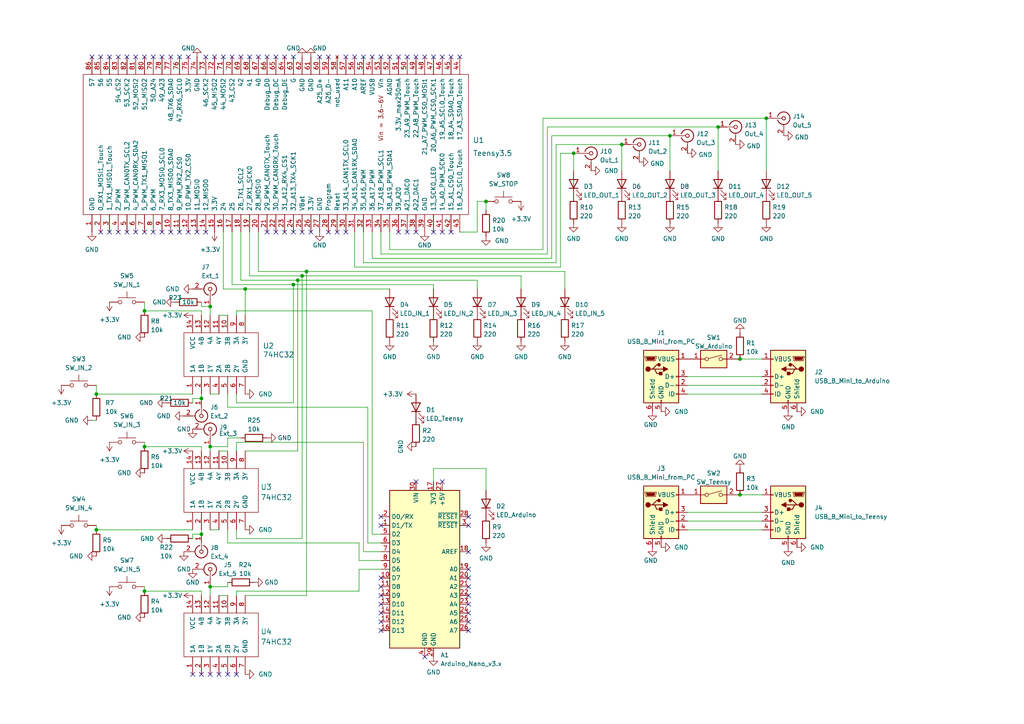
<source format=kicad_sch>
(kicad_sch (version 20211123) (generator eeschema)
  (paper "A4")
  (title_block (title "pulse generator") (company "Neurogelotology"))
  (junction (at 208.28 36.83))
  (junction (at 41.91 129.54))
  (junction (at 214.63 143.51))
  (junction (at 27.94 153.67))
  (junction (at 87.63 80.01))
  (junction (at 85.09 82.55))
  (junction (at 194.31 39.37))
  (junction (at 86.36 81.28))
  (junction (at 222.25 34.29))
  (junction (at 58.42 154.94))
  (junction (at 60.96 129.54))
  (junction (at 140.97 58.42))
  (junction (at 166.37 44.45))
  (junction (at 180.34 41.91))
  (junction (at 58.42 115.57))
  (junction (at 41.91 171.45))
  (junction (at 60.96 170.18))
  (junction (at 41.91 90.17))
  (junction (at 27.94 114.3))
  (junction (at 88.9 78.74))
  (junction (at 60.96 88.9))
  (junction (at 214.63 104.14))
  (junction (at 71.12 83.82))
  (no_connect (at 31.75 16.51))
  (no_connect (at 39.37 16.51))
  (no_connect (at 36.83 16.51))
  (no_connect (at 34.29 16.51))
  (no_connect (at 52.07 16.51))
  (no_connect (at 46.99 16.51))
  (no_connect (at 41.91 16.51))
  (no_connect (at 49.53 16.51))
  (no_connect (at 44.45 16.51))
  (no_connect (at 54.61 16.51))
  (no_connect (at 59.69 16.51))
  (no_connect (at 67.31 16.51))
  (no_connect (at 72.39 16.51))
  (no_connect (at 64.77 16.51))
  (no_connect (at 62.23 16.51))
  (no_connect (at 69.85 16.51))
  (no_connect (at 74.93 16.51))
  (no_connect (at 85.09 16.51))
  (no_connect (at 77.47 16.51))
  (no_connect (at 80.01 16.51))
  (no_connect (at 82.55 16.51))
  (no_connect (at 59.69 67.31))
  (no_connect (at 26.67 16.51))
  (no_connect (at 29.21 16.51))
  (no_connect (at 57.15 67.31))
  (no_connect (at 110.49 175.26))
  (no_connect (at 110.49 170.18))
  (no_connect (at 110.49 172.72))
  (no_connect (at 110.49 167.64))
  (no_connect (at 110.49 177.8))
  (no_connect (at 123.19 190.5))
  (no_connect (at 110.49 182.88))
  (no_connect (at 110.49 180.34))
  (no_connect (at 135.89 172.72))
  (no_connect (at 135.89 170.18))
  (no_connect (at 135.89 182.88))
  (no_connect (at 135.89 180.34))
  (no_connect (at 135.89 177.8))
  (no_connect (at 135.89 175.26))
  (no_connect (at 135.89 167.64))
  (no_connect (at 135.89 165.1))
  (no_connect (at 120.65 139.7))
  (no_connect (at 110.49 149.86))
  (no_connect (at 110.49 152.4))
  (no_connect (at 135.89 152.4))
  (no_connect (at 135.89 149.86))
  (no_connect (at 135.89 160.02))
  (no_connect (at 128.27 139.7))
  (no_connect (at 92.71 16.51))
  (no_connect (at 95.25 16.51))
  (no_connect (at 118.11 16.51))
  (no_connect (at 120.65 16.51))
  (no_connect (at 110.49 16.51))
  (no_connect (at 113.03 16.51))
  (no_connect (at 115.57 16.51))
  (no_connect (at 115.57 67.31))
  (no_connect (at 100.33 67.31))
  (no_connect (at 118.11 67.31))
  (no_connect (at 97.79 67.31))
  (no_connect (at 105.41 16.51))
  (no_connect (at 100.33 16.51))
  (no_connect (at 102.87 16.51))
  (no_connect (at 107.95 16.51))
  (no_connect (at 123.19 16.51))
  (no_connect (at 133.35 16.51))
  (no_connect (at 128.27 16.51))
  (no_connect (at 130.81 16.51))
  (no_connect (at 125.73 16.51))
  (no_connect (at 125.73 67.31))
  (no_connect (at 130.81 67.31))
  (no_connect (at 120.65 67.31))
  (no_connect (at 128.27 67.31))
  (no_connect (at 90.17 67.31))
  (no_connect (at 95.25 67.31))
  (no_connect (at 85.09 67.31))
  (no_connect (at 80.01 67.31))
  (no_connect (at 87.63 67.31))
  (no_connect (at 82.55 67.31))
  (no_connect (at 77.47 67.31))
  (no_connect (at 68.58 195.58))
  (no_connect (at 66.04 195.58))
  (no_connect (at 58.42 195.58))
  (no_connect (at 55.88 195.58))
  (no_connect (at 60.96 195.58))
  (no_connect (at 63.5 195.58))
  (no_connect (at 34.29 67.31))
  (no_connect (at 36.83 67.31))
  (no_connect (at 44.45 67.31))
  (no_connect (at 41.91 67.31))
  (no_connect (at 39.37 67.31))
  (no_connect (at 31.75 67.31))
  (no_connect (at 29.21 67.31))
  (no_connect (at 49.53 67.31))
  (no_connect (at 52.07 67.31))
  (no_connect (at 46.99 67.31))
  (no_connect (at 54.61 67.31))
  (wire (pts (xy 105.41 67.31) (xy 105.41 76.2)))
  (wire (pts (xy 107.95 154.94) (xy 110.49 154.94)))
  (wire (pts (xy 125.73 83.82) (xy 125.73 82.55)))
  (wire (pts (xy 162.56 44.45) (xy 166.37 44.45)))
  (wire (pts (xy 60.96 170.18) (xy 60.96 172.72)))
  (wire (pts (xy 104.14 157.48) (xy 104.14 162.56)))
  (wire (pts (xy 85.09 116.84) (xy 85.09 82.55)))
  (wire (pts (xy 105.41 160.02) (xy 110.49 160.02)))
  (wire (pts (xy 110.49 73.66) (xy 158.75 73.66)))
  (wire (pts (xy 158.75 73.66) (xy 158.75 36.83)))
  (wire (pts (xy 71.12 83.82) (xy 113.03 83.82)))
  (wire (pts (xy 64.77 83.82) (xy 64.77 67.31)))
  (wire (pts (xy 41.91 128.27) (xy 41.91 129.54)))
  (wire (pts (xy 66.04 127) (xy 69.85 127)))
  (wire (pts (xy 87.63 80.01) (xy 87.63 156.21)))
  (wire (pts (xy 180.34 41.91) (xy 180.34 49.53)))
  (wire (pts (xy 27.94 152.4) (xy 27.94 153.67)))
  (wire (pts (xy 208.28 36.83) (xy 208.28 49.53)))
  (wire (pts (xy 88.9 78.74) (xy 163.83 78.74)))
  (wire (pts (xy 113.03 67.31) (xy 113.03 72.39)))
  (wire (pts (xy 138.43 67.31) (xy 138.43 58.42)))
  (wire (pts (xy 102.87 67.31) (xy 102.87 77.47)))
  (wire (pts (xy 104.14 171.45) (xy 104.14 165.1)))
  (wire (pts (xy 58.42 115.57) (xy 58.42 114.3)))
  (wire (pts (xy 64.77 83.82) (xy 71.12 83.82)))
  (wire (pts (xy 125.73 139.7) (xy 125.73 135.89)))
  (wire (pts (xy 68.58 156.21) (xy 68.58 153.67)))
  (wire (pts (xy 68.58 91.44) (xy 68.58 90.17)))
  (wire (pts (xy 41.91 171.45) (xy 58.42 171.45)))
  (wire (pts (xy 140.97 58.42) (xy 140.97 60.96)))
  (wire (pts (xy 41.91 170.18) (xy 41.91 171.45)))
  (wire (pts (xy 27.94 153.67) (xy 55.88 153.67)))
  (wire (pts (xy 199.39 151.13) (xy 220.98 151.13)))
  (wire (pts (xy 68.58 130.81) (xy 68.58 128.27)))
  (wire (pts (xy 106.68 157.48) (xy 110.49 157.48)))
  (wire (pts (xy 214.63 143.51) (xy 220.98 143.51)))
  (wire (pts (xy 68.58 116.84) (xy 85.09 116.84)))
  (wire (pts (xy 55.88 116.84) (xy 55.88 115.57)))
  (wire (pts (xy 58.42 88.9) (xy 60.96 88.9)))
  (wire (pts (xy 199.39 153.67) (xy 220.98 153.67)))
  (wire (pts (xy 163.83 83.82) (xy 163.83 78.74)))
  (wire (pts (xy 110.49 67.31) (xy 110.49 73.66)))
  (wire (pts (xy 105.41 76.2) (xy 161.29 76.2)))
  (wire (pts (xy 55.88 154.94) (xy 55.88 156.21)))
  (wire (pts (xy 58.42 129.54) (xy 58.42 130.81)))
  (wire (pts (xy 68.58 90.17) (xy 107.95 90.17)))
  (wire (pts (xy 160.02 74.93) (xy 160.02 39.37)))
  (wire (pts (xy 104.14 162.56) (xy 110.49 162.56)))
  (wire (pts (xy 68.58 114.3) (xy 68.58 116.84)))
  (wire (pts (xy 199.39 114.3) (xy 220.98 114.3)))
  (wire (pts (xy 107.95 67.31) (xy 107.95 74.93)))
  (wire (pts (xy 125.73 135.89) (xy 140.97 135.89)))
  (wire (pts (xy 41.91 90.17) (xy 58.42 90.17)))
  (wire (pts (xy 58.42 154.94) (xy 58.42 153.67)))
  (wire (pts (xy 214.63 104.14) (xy 220.98 104.14)))
  (wire (pts (xy 133.35 67.31) (xy 138.43 67.31)))
  (wire (pts (xy 113.03 72.39) (xy 157.48 72.39)))
  (wire (pts (xy 102.87 77.47) (xy 162.56 77.47)))
  (wire (pts (xy 68.58 171.45) (xy 104.14 171.45)))
  (wire (pts (xy 60.96 114.3) (xy 63.5 114.3)))
  (wire (pts (xy 60.96 129.54) (xy 66.04 129.54)))
  (wire (pts (xy 41.91 87.63) (xy 41.91 90.17)))
  (wire (pts (xy 60.96 153.67) (xy 63.5 153.67)))
  (wire (pts (xy 27.94 111.76) (xy 27.94 114.3)))
  (wire (pts (xy 55.88 115.57) (xy 58.42 115.57)))
  (wire (pts (xy 41.91 129.54) (xy 58.42 129.54)))
  (wire (pts (xy 60.96 88.9) (xy 60.96 91.44)))
  (wire (pts (xy 166.37 44.45) (xy 166.37 49.53)))
  (wire (pts (xy 88.9 172.72) (xy 71.12 172.72)))
  (wire (pts (xy 58.42 90.17) (xy 58.42 91.44)))
  (wire (pts (xy 67.31 82.55) (xy 85.09 82.55)))
  (wire (pts (xy 58.42 171.45) (xy 58.42 172.72)))
  (wire (pts (xy 87.63 80.01) (xy 72.39 80.01)))
  (wire (pts (xy 199.39 111.76) (xy 220.98 111.76)))
  (wire (pts (xy 68.58 171.45) (xy 68.58 172.72)))
  (wire (pts (xy 74.93 78.74) (xy 74.93 67.31)))
  (wire (pts (xy 66.04 114.3) (xy 66.04 118.11)))
  (wire (pts (xy 107.95 74.93) (xy 160.02 74.93)))
  (wire (pts (xy 85.09 82.55) (xy 125.73 82.55)))
  (wire (pts (xy 105.41 128.27) (xy 105.41 160.02)))
  (wire (pts (xy 27.94 121.92) (xy 26.67 121.92)))
  (wire (pts (xy 162.56 77.47) (xy 162.56 44.45)))
  (wire (pts (xy 138.43 58.42) (xy 140.97 58.42)))
  (wire (pts (xy 107.95 90.17) (xy 107.95 154.94)))
  (wire (pts (xy 194.31 39.37) (xy 194.31 49.53)))
  (wire (pts (xy 86.36 81.28) (xy 69.85 81.28)))
  (wire (pts (xy 161.29 41.91) (xy 180.34 41.91)))
  (wire (pts (xy 157.48 72.39) (xy 157.48 34.29)))
  (wire (pts (xy 158.75 36.83) (xy 208.28 36.83)))
  (wire (pts (xy 60.96 129.54) (xy 60.96 130.81)))
  (wire (pts (xy 69.85 81.28) (xy 69.85 67.31)))
  (wire (pts (xy 140.97 135.89) (xy 140.97 142.24)))
  (wire (pts (xy 58.42 87.63) (xy 58.42 88.9)))
  (wire (pts (xy 88.9 78.74) (xy 88.9 172.72)))
  (wire (pts (xy 60.96 170.18) (xy 66.04 170.18)))
  (wire (pts (xy 66.04 129.54) (xy 66.04 127)))
  (wire (pts (xy 199.39 148.59) (xy 220.98 148.59)))
  (wire (pts (xy 71.12 83.82) (xy 71.12 91.44)))
  (wire (pts (xy 87.63 80.01) (xy 151.13 80.01)))
  (wire (pts (xy 86.36 81.28) (xy 138.43 81.28)))
  (wire (pts (xy 66.04 157.48) (xy 104.14 157.48)))
  (wire (pts (xy 27.94 114.3) (xy 55.88 114.3)))
  (wire (pts (xy 67.31 82.55) (xy 67.31 67.31)))
  (wire (pts (xy 161.29 76.2) (xy 161.29 41.91)))
  (wire (pts (xy 63.5 91.44) (xy 66.04 91.44)))
  (wire (pts (xy 66.04 118.11) (xy 106.68 118.11)))
  (wire (pts (xy 88.9 78.74) (xy 74.93 78.74)))
  (wire (pts (xy 160.02 39.37) (xy 194.31 39.37)))
  (wire (pts (xy 222.25 34.29) (xy 222.25 49.53)))
  (wire (pts (xy 138.43 83.82) (xy 138.43 81.28)))
  (wire (pts (xy 72.39 80.01) (xy 72.39 67.31)))
  (wire (pts (xy 86.36 130.81) (xy 86.36 81.28)))
  (wire (pts (xy 87.63 156.21) (xy 68.58 156.21)))
  (wire (pts (xy 58.42 154.94) (xy 55.88 154.94)))
  (wire (pts (xy 104.14 165.1) (xy 110.49 165.1)))
  (wire (pts (xy 106.68 118.11) (xy 106.68 157.48)))
  (wire (pts (xy 199.39 109.22) (xy 220.98 109.22)))
  (wire (pts (xy 71.12 130.81) (xy 86.36 130.81)))
  (wire (pts (xy 151.13 83.82) (xy 151.13 80.01)))
  (wire (pts (xy 68.58 128.27) (xy 105.41 128.27)))
  (wire (pts (xy 63.5 130.81) (xy 66.04 130.81)))
  (wire (pts (xy 66.04 170.18) (xy 66.04 168.91)))
  (wire (pts (xy 66.04 153.67) (xy 66.04 157.48)))
  (wire (pts (xy 157.48 34.29) (xy 222.25 34.29)))
  (wire (pts (xy 63.5 172.72) (xy 66.04 172.72)))
  (symbol (lib_id "Device:R") (at 52.07 156.21 90) (unit 1)
    (property "Reference" "R22" (at 48.26 158.75 90))
    (property "Value" "10k" (at 48.26 161.29 90))
    (property "Footprint" "Resistor_THT:R_Axial_DIN0204_L3.6mm_D1.6mm_P5.08mm_Horizontal" (effects hide))
  )
  (symbol (lib_id "power:+3.3V") (at 55.88 172.72 90) (unit 1)
    (property "Reference" "#PWR0141" (effects hide))
    (property "Value" "+3.3V" (at 46.99 172.72 90) (effects (justify right)))
  )
  (symbol (lib_id "pulseGen_circuit-rescue:74HC32-74hc32") (at 64.77 184.15 90) (unit 1)
    (property "Reference" "U4" (at 75.565 183.1738 90) (effects (font (size 1.524 1.524)) (justify right)))
    (property "Value" "74HC32" (at 75.565 186.1672 90) (effects (font (size 1.524 1.524)) (justify right)))
    (property "Footprint" "Package_DIP:DIP-14_W7.62mm" (effects hide))
  )
  (symbol (lib_id "Device:LED") (at 138.43 87.63 90) (unit 1)
    (property "Reference" "D7" (at 141.351 88.3828 90) (effects (justify right)))
    (property "Value" "LED_IN_3" (at 141.351 90.9197 90) (effects (justify right)))
    (property "Footprint" "Connector_PinHeader_2.54mm:PinHeader_1x02_P2.54mm_Vertical" (effects hide))
  )
  (symbol (lib_id "pulseGen_circuit-rescue:74HC32-74hc32") (at 64.77 142.24 90) (unit 1)
    (property "Reference" "U3" (at 75.565 141.2638 90) (effects (font (size 1.524 1.524)) (justify right)))
    (property "Value" "74HC32" (at 75.565 144.2572 90) (effects (font (size 1.524 1.524)) (justify right)))
    (property "Footprint" "Package_DIP:DIP-14_W7.62mm" (effects hide))
  )
  (symbol (lib_id "power:GND") (at 41.91 137.16 270) (unit 1)
    (property "Reference" "#PWR0102" (effects hide))
    (property "Value" "GND" (at 38.1 137.1599 90) (effects (justify right)))
  )
  (symbol (lib_id "Device:LED") (at 125.73 87.63 90) (unit 1)
    (property "Reference" "D5" (at 128.651 88.3828 90) (effects (justify right)))
    (property "Value" "LED_IN_2" (at 128.651 90.9197 90) (effects (justify right)))
    (property "Footprint" "Connector_PinHeader_2.54mm:PinHeader_1x02_P2.54mm_Vertical" (effects hide))
  )
  (symbol (lib_id "Connector:Conn_Coaxial") (at 60.96 165.1 270) (mirror x) (unit 1)
    (property "Reference" "J5" (at 66.04 163.83 90))
    (property "Value" "Ext_5" (at 66.04 166.3669 90))
    (property "Footprint" "Connector_PinHeader_2.54mm:PinHeader_1x02_P2.54mm_Vertical" (effects hide))
    (property "Datasheet" " ~" (effects hide))
  )
  (symbol (lib_id "Connector:Conn_Coaxial") (at 227.33 34.29 0) (unit 1)
    (property "Reference" "J14" (at 229.87 33.7485 0) (effects (justify left)))
    (property "Value" "Out_5" (at 229.87 36.2854 0) (effects (justify left)))
    (property "Footprint" "Connector_PinHeader_2.54mm:PinHeader_1x02_P2.54mm_Vertical" (effects hide))
    (property "Datasheet" " ~" (effects hide))
  )
  (symbol (lib_id "power:GND") (at 125.73 190.5 0) (unit 1)
    (property "Reference" "#PWR0124" (effects hide))
    (property "Value" "GND" (at 125.73 194.9434 0))
  )
  (symbol (lib_id "Switch:SW_Push") (at 36.83 170.18 0) (unit 1)
    (property "Reference" "SW7" (at 36.83 162.56 0))
    (property "Value" "SW_IN_5" (at 36.83 165.1 0))
    (property "Footprint" "Connector_PinHeader_2.54mm:PinHeader_1x02_P2.54mm_Vertical" (effects hide))
  )
  (symbol (lib_id "power:GND") (at 199.39 44.45 90) (unit 1)
    (property "Reference" "#PWR0134" (effects hide))
    (property "Value" "GND" (at 202.565 44.8838 90) (effects (justify right)))
  )
  (symbol (lib_id "Device:LED") (at 151.13 87.63 90) (unit 1)
    (property "Reference" "D9" (at 154.051 88.3828 90) (effects (justify right)))
    (property "Value" "LED_IN_4" (at 154.051 90.9197 90) (effects (justify right)))
    (property "Footprint" "Connector_PinHeader_2.54mm:PinHeader_1x02_P2.54mm_Vertical" (effects hide))
  )
  (symbol (lib_id "Device:R") (at 166.37 60.96 0) (unit 1)
    (property "Reference" "R10" (at 168.148 60.1253 0) (effects (justify left)))
    (property "Value" "220" (at 168.148 62.6622 0) (effects (justify left)))
    (property "Footprint" "Resistor_THT:R_Axial_DIN0204_L3.6mm_D1.6mm_P5.08mm_Horizontal" (effects hide))
  )
  (symbol (lib_id "power:GND") (at 48.26 156.21 270) (unit 1)
    (property "Reference" "#PWR0163" (effects hide))
    (property "Value" "GND" (at 40.64 156.21 90) (effects (justify left)))
  )
  (symbol (lib_id "power:GND") (at 231.14 158.75 90) (unit 1)
    (property "Reference" "#PWR0156" (effects hide))
    (property "Value" "GND" (at 234.95 158.7499 90) (effects (justify right)))
  )
  (symbol (lib_id "power:GND") (at 41.91 97.79 270) (unit 1)
    (property "Reference" "#PWR0106" (effects hide))
    (property "Value" "GND" (at 38.1 97.7899 90) (effects (justify right)))
  )
  (symbol (lib_id "Device:R") (at 41.91 93.98 0) (unit 1)
    (property "Reference" "R8" (at 43.688 93.1453 0) (effects (justify left)))
    (property "Value" "10k" (at 43.688 95.6822 0) (effects (justify left)))
    (property "Footprint" "Resistor_THT:R_Axial_DIN0204_L3.6mm_D1.6mm_P5.08mm_Horizontal" (effects hide))
  )
  (symbol (lib_id "Switch:SW_Push") (at 146.05 58.42 0) (unit 1)
    (property "Reference" "SW8" (at 146.05 50.8 0))
    (property "Value" "SW_STOP" (at 146.05 53.34 0))
    (property "Footprint" "Connector_PinHeader_2.54mm:PinHeader_1x02_P2.54mm_Vertical" (effects hide))
  )
  (symbol (lib_id "pulseGen_circuit-rescue:Teensy3.5-teensy") (at 80.01 41.91 90) (unit 1)
    (property "Reference" "U1" (at 137.16 40.64 90) (effects (font (size 1.524 1.524)) (justify right)))
    (property "Value" "Teensy3.5" (at 137.16 44.45 90) (effects (font (size 1.524 1.524)) (justify right)))
    (property "Footprint" "PulseGenerator_Footprint_Library:Teensy3.5" (effects hide))
  )
  (symbol (lib_id "Connector:Conn_Coaxial") (at 60.96 83.82 270) (mirror x) (unit 1)
    (property "Reference" "J7" (at 58.42 77.47 90) (effects (justify left)))
    (property "Value" "Ext_1" (at 58.42 80.0069 90) (effects (justify left)))
    (property "Footprint" "Connector_PinHeader_2.54mm:PinHeader_1x02_P2.54mm_Vertical" (effects hide))
    (property "Datasheet" " ~" (effects hide))
  )
  (symbol (lib_id "power:+3.3V") (at 31.75 128.27 180) (unit 1)
    (property "Reference" "#PWR0149" (effects hide))
    (property "Value" "+3.3V" (at 31.75 133.35 0))
  )
  (symbol (lib_id "power:GND") (at 163.83 99.06 0) (unit 1)
    (property "Reference" "#PWR0120" (effects hide))
    (property "Value" "GND" (at 163.83 103.5034 0))
  )
  (symbol (lib_id "power:GND") (at 90.17 16.51 180) (unit 1)
    (property "Reference" "#PWR0148" (effects hide))
    (property "Value" "GND" (at 92.71 13.97 0))
  )
  (symbol (lib_id "power:+3.3V") (at 62.23 67.31 0) (mirror x) (unit 1)
    (property "Reference" "#PWR0143" (effects hide))
    (property "Value" "+3.3V" (at 60.96 72.39 0))
  )
  (symbol (lib_id "Device:R") (at 140.97 153.67 0) (unit 1)
    (property "Reference" "R9" (at 142.748 152.8353 0) (effects (justify left)))
    (property "Value" "220" (at 142.748 155.3722 0) (effects (justify left)))
    (property "Footprint" "Resistor_THT:R_Axial_DIN0204_L3.6mm_D1.6mm_P5.08mm_Horizontal" (effects hide))
  )
  (symbol (lib_id "Connector:Conn_Coaxial") (at 199.39 39.37 0) (unit 1)
    (property "Reference" "J12" (at 201.93 38.8285 0) (effects (justify left)))
    (property "Value" "Out_3" (at 201.93 41.3654 0) (effects (justify left)))
    (property "Footprint" "Connector_PinHeader_2.54mm:PinHeader_1x02_P2.54mm_Vertical" (effects hide))
    (property "Datasheet" " ~" (effects hide))
  )
  (symbol (lib_id "power:GND") (at 191.77 158.75 90) (unit 1)
    (property "Reference" "#PWR0114" (effects hide))
    (property "Value" "GND" (at 195.58 158.7499 90) (effects (justify right)))
  )
  (symbol (lib_id "Connector:Conn_Coaxial") (at 58.42 160.02 270) (unit 1)
    (property "Reference" "J8" (at 61.0086 158.8678 90) (effects (justify left)))
    (property "Value" "Ext_4" (at 61.0086 161.4047 90) (effects (justify left)))
    (property "Footprint" "Connector_PinHeader_2.54mm:PinHeader_1x02_P2.54mm_Vertical" (effects hide))
    (property "Datasheet" " ~" (effects hide))
  )
  (symbol (lib_id "Device:R") (at 214.63 100.33 0) (unit 1)
    (property "Reference" "R1" (at 216.408 99.4953 0) (effects (justify left)))
    (property "Value" "10k" (at 216.408 102.0322 0) (effects (justify left)))
    (property "Footprint" "Resistor_THT:R_Axial_DIN0204_L3.6mm_D1.6mm_P5.08mm_Horizontal" (effects hide))
  )
  (symbol (lib_id "power:GND") (at 71.12 114.3 90) (unit 1)
    (property "Reference" "#PWR0155" (effects hide))
    (property "Value" "GND" (at 74.93 114.2999 90) (effects (justify right)))
  )
  (symbol (lib_id "power:GND") (at 227.33 39.37 90) (unit 1)
    (property "Reference" "#PWR0138" (effects hide))
    (property "Value" "GND" (at 230.505 39.8038 90) (effects (justify right)))
  )
  (symbol (lib_id "power:GND") (at 138.43 99.06 0) (unit 1)
    (property "Reference" "#PWR0116" (effects hide))
    (property "Value" "GND" (at 138.43 103.5034 0))
  )
  (symbol (lib_id "power:+3.3V") (at 55.88 130.81 90) (unit 1)
    (property "Reference" "#PWR0140" (effects hide))
    (property "Value" "+3.3V" (at 46.99 130.81 90) (effects (justify right)))
  )
  (symbol (lib_name "USB_B_Mini_2") (lib_id "Connector:USB_B_Mini") (at 228.6 109.22 0) (mirror y) (unit 1)
    (property "Reference" "J2" (at 236.22 107.95 0) (effects (justify right)))
    (property "Value" "USB_B_Mini_to_Arduino" (at 236.22 110.49 0) (effects (justify right)))
    (property "Footprint" "PulseGenerator_Footprint_Library:Micro_USB_Breakout" (effects hide))
  )
  (symbol (lib_id "Device:R") (at 163.83 95.25 0) (unit 1)
    (property "Reference" "R17" (at 165.608 94.4153 0) (effects (justify left)))
    (property "Value" "220" (at 165.608 96.9522 0) (effects (justify left)))
    (property "Footprint" "Resistor_THT:R_Axial_DIN0204_L3.6mm_D1.6mm_P5.08mm_Horizontal" (effects hide))
  )
  (symbol (lib_id "Device:R") (at 27.94 118.11 180) (unit 1)
    (property "Reference" "R7" (at 30.48 116.8399 0) (effects (justify right)))
    (property "Value" "10k" (at 30.48 119.3799 0) (effects (justify right)))
    (property "Footprint" "Resistor_THT:R_Axial_DIN0204_L3.6mm_D1.6mm_P5.08mm_Horizontal" (effects hide))
  )
  (symbol (lib_id "Device:R") (at 222.25 60.96 0) (unit 1)
    (property "Reference" "R19" (at 224.028 60.1253 0) (effects (justify left)))
    (property "Value" "220" (at 224.028 62.6622 0) (effects (justify left)))
    (property "Footprint" "Resistor_THT:R_Axial_DIN0204_L3.6mm_D1.6mm_P5.08mm_Horizontal" (effects hide))
  )
  (symbol (lib_id "power:GND") (at 48.26 116.84 270) (unit 1)
    (property "Reference" "#PWR0161" (effects hide))
    (property "Value" "GND" (at 44.45 116.8399 90) (effects (justify right)))
  )
  (symbol (lib_id "Device:LED") (at 180.34 53.34 90) (unit 1)
    (property "Reference" "D6" (at 183.261 54.0928 90) (effects (justify right)))
    (property "Value" "LED_OUT_2" (at 183.261 56.6297 90) (effects (justify right)))
    (property "Footprint" "Connector_PinHeader_2.54mm:PinHeader_1x02_P2.54mm_Vertical" (effects hide))
  )
  (symbol (lib_id "power:GND") (at 208.28 64.77 0) (unit 1)
    (property "Reference" "#PWR0127" (effects hide))
    (property "Value" "GND" (at 208.28 69.2134 0))
  )
  (symbol (lib_id "power:+3.3V") (at 31.75 170.18 180) (unit 1)
    (property "Reference" "#PWR0142" (effects hide))
    (property "Value" "+3.3V" (at 31.75 175.26 0))
  )
  (symbol (lib_id "power:+3.3V") (at 17.78 152.4 180) (unit 1)
    (property "Reference" "#PWR0139" (effects hide))
    (property "Value" "+3.3V" (at 17.78 157.48 0))
  )
  (symbol (lib_id "power:GND") (at 214.63 135.89 180) (unit 1)
    (property "Reference" "#PWR0113" (effects hide))
    (property "Value" "GND" (at 214.63 132.3142 0))
  )
  (symbol (lib_id "Device:R") (at 120.65 125.73 0) (unit 1)
    (property "Reference" "R2" (at 122.428 124.8953 0) (effects (justify left)))
    (property "Value" "220" (at 122.428 127.4322 0) (effects (justify left)))
    (property "Footprint" "Resistor_THT:R_Axial_DIN0204_L3.6mm_D1.6mm_P5.08mm_Horizontal" (effects hide))
  )
  (symbol (lib_id "power:GND") (at 87.63 16.51 180) (unit 1)
    (property "Reference" "#PWR0150" (effects hide))
    (property "Value" "GND" (at 85.09 13.97 0))
  )
  (symbol (lib_id "Device:R") (at 214.63 139.7 0) (unit 1)
    (property "Reference" "R3" (at 216.408 138.8653 0) (effects (justify left)))
    (property "Value" "10k" (at 216.408 141.4022 0) (effects (justify left)))
    (property "Footprint" "Resistor_THT:R_Axial_DIN0204_L3.6mm_D1.6mm_P5.08mm_Horizontal" (effects hide))
  )
  (symbol (lib_id "power:GND") (at 140.97 68.58 0) (unit 1)
    (property "Reference" "#PWR0152" (effects hide))
    (property "Value" "GND" (at 143.51 69.8499 0) (effects (justify left)))
  )
  (symbol (lib_id "power:GND") (at 123.19 67.31 0) (unit 1)
    (property "Reference" "#PWR0151" (effects hide))
    (property "Value" "GND" (at 123.19 71.12 0))
  )
  (symbol (lib_id "Device:R") (at 180.34 60.96 0) (unit 1)
    (property "Reference" "R13" (at 182.118 60.1253 0) (effects (justify left)))
    (property "Value" "220" (at 182.118 62.6622 0) (effects (justify left)))
    (property "Footprint" "Resistor_THT:R_Axial_DIN0204_L3.6mm_D1.6mm_P5.08mm_Horizontal" (effects hide))
  )
  (symbol (lib_id "power:GND") (at 26.67 67.31 0) (unit 1)
    (property "Reference" "#PWR0108" (effects hide))
    (property "Value" "GND" (at 26.67 72.39 0))
  )
  (symbol (lib_id "power:GND") (at 189.23 119.38 0) (unit 1)
    (property "Reference" "#PWR0158" (effects hide))
    (property "Value" "GND" (at 186.69 123.19 0) (effects (justify left)))
  )
  (symbol (lib_id "Switch:SW_Push") (at 36.83 87.63 0) (unit 1)
    (property "Reference" "SW5" (at 36.83 80.01 0))
    (property "Value" "SW_IN_1" (at 36.83 82.55 0))
    (property "Footprint" "Connector_PinHeader_2.54mm:PinHeader_1x02_P2.54mm_Vertical" (effects hide))
  )
  (symbol (lib_id "Device:R") (at 69.85 168.91 90) (unit 1)
    (property "Reference" "R24" (at 71.12 163.83 90))
    (property "Value" "10k" (at 71.12 166.37 90))
    (property "Footprint" "Resistor_THT:R_Axial_DIN0204_L3.6mm_D1.6mm_P5.08mm_Horizontal" (effects hide))
  )
  (symbol (lib_id "power:GND") (at 77.47 127 90) (unit 1)
    (property "Reference" "#PWR0162" (effects hide))
    (property "Value" "GND" (at 82.55 127 90))
  )
  (symbol (lib_id "power:GND") (at 125.73 99.06 0) (unit 1)
    (property "Reference" "#PWR0119" (effects hide))
    (property "Value" "GND" (at 125.73 103.5034 0))
  )
  (symbol (lib_id "Device:R") (at 52.07 116.84 90) (unit 1)
    (property "Reference" "R21" (at 48.26 115.57 90))
    (property "Value" "10k" (at 52.07 116.84 90))
    (property "Footprint" "Resistor_THT:R_Axial_DIN0204_L3.6mm_D1.6mm_P5.08mm_Horizontal" (effects hide))
  )
  (symbol (lib_id "Device:R") (at 140.97 64.77 0) (unit 1)
    (property "Reference" "R20" (at 142.748 63.9353 0) (effects (justify left)))
    (property "Value" "10k" (at 142.748 66.4722 0) (effects (justify left)))
    (property "Footprint" "Resistor_THT:R_Axial_DIN0204_L3.6mm_D1.6mm_P5.08mm_Horizontal" (effects hide))
  )
  (symbol (lib_id "power:GND") (at 194.31 64.77 0) (unit 1)
    (property "Reference" "#PWR0121" (effects hide))
    (property "Value" "GND" (at 194.31 69.2134 0))
  )
  (symbol (lib_id "Connector:Conn_Coaxial") (at 213.36 36.83 0) (unit 1)
    (property "Reference" "J13" (at 215.9 36.2885 0) (effects (justify left)))
    (property "Value" "Out_4" (at 215.9 38.8254 0) (effects (justify left)))
    (property "Footprint" "Connector_PinHeader_2.54mm:PinHeader_1x02_P2.54mm_Vertical" (effects hide))
    (property "Datasheet" " ~" (effects hide))
  )
  (symbol (lib_id "Switch:SW_Push") (at 22.86 111.76 0) (unit 1)
    (property "Reference" "SW3" (at 22.86 104.14 0))
    (property "Value" "SW_IN_2" (at 22.86 106.68 0))
    (property "Footprint" "Connector_PinHeader_2.54mm:PinHeader_1x02_P2.54mm_Vertical" (effects hide))
  )
  (symbol (lib_id "power:GND") (at 71.12 195.58 90) (unit 1)
    (property "Reference" "#PWR0104" (effects hide))
    (property "Value" "GND" (at 74.93 195.5799 90) (effects (justify right)))
  )
  (symbol (lib_id "Device:LED") (at 222.25 53.34 90) (unit 1)
    (property "Reference" "D12" (at 225.171 54.0928 90) (effects (justify right)))
    (property "Value" "LED_OUT_5" (at 225.171 56.6297 90) (effects (justify right)))
    (property "Footprint" "Connector_PinHeader_2.54mm:PinHeader_1x02_P2.54mm_Vertical" (effects hide))
  )
  (symbol (lib_id "MCU_Module:Arduino_Nano_v3.x") (at 123.19 165.1 0) (unit 1)
    (property "Reference" "A1" (at 127.7494 189.9904 0) (effects (justify left)))
    (property "Value" "Arduino_Nano_v3.x" (at 127.7494 192.5273 0) (effects (justify left)))
    (property "Footprint" "Module:Arduino_Nano" (effects hide))
    (property "Datasheet" "http://www.mouser.com/pdfdocs/Gravitech_Arduino_Nano3_0.pdf" (effects hide))
  )
  (symbol (lib_id "power:GND") (at 120.65 129.54 270) (unit 1)
    (property "Reference" "#PWR0107" (effects hide))
    (property "Value" "GND" (at 116.2066 129.54 0))
  )
  (symbol (lib_id "power:GND") (at 189.23 158.75 0) (unit 1)
    (property "Reference" "#PWR0157" (effects hide))
    (property "Value" "GND" (at 186.69 162.56 0) (effects (justify left)))
  )
  (symbol (lib_id "power:+3.3V") (at 55.88 91.44 90) (unit 1)
    (property "Reference" "#PWR0154" (effects hide))
    (property "Value" "+3.3V" (at 46.99 91.44 90) (effects (justify right)))
  )
  (symbol (lib_id "Device:LED") (at 163.83 87.63 90) (unit 1)
    (property "Reference" "D10" (at 166.751 88.3828 90) (effects (justify right)))
    (property "Value" "LED_IN_5" (at 166.751 90.9197 90) (effects (justify right)))
    (property "Footprint" "Connector_PinHeader_2.54mm:PinHeader_1x02_P2.54mm_Vertical" (effects hide))
  )
  (symbol (lib_id "Connector:Conn_Coaxial") (at 58.42 120.65 270) (unit 1)
    (property "Reference" "J6" (at 60.96 118.11 90) (effects (justify left)))
    (property "Value" "Ext_2" (at 60.96 120.65 90) (effects (justify left)))
    (property "Footprint" "Connector_PinHeader_2.54mm:PinHeader_1x02_P2.54mm_Vertical" (effects hide))
    (property "Datasheet" " ~" (effects hide))
  )
  (symbol (lib_id "power:GND") (at 55.88 165.1 0) (unit 1)
    (property "Reference" "#PWR0130" (effects hide))
    (property "Value" "GND" (at 55.88 168.91 0))
  )
  (symbol (lib_id "power:GND") (at 26.67 121.92 270) (unit 1)
    (property "Reference" "#PWR0105" (effects hide))
    (property "Value" "GND" (at 22.86 121.9199 90) (effects (justify right)))
  )
  (symbol (lib_id "Device:LED") (at 166.37 53.34 90) (unit 1)
    (property "Reference" "D3" (at 169.291 54.0928 90) (effects (justify right)))
    (property "Value" "LED_OUT_1" (at 169.291 56.6297 90) (effects (justify right)))
    (property "Footprint" "Connector_PinHeader_2.54mm:PinHeader_1x02_P2.54mm_Vertical" (effects hide))
  )
  (symbol (lib_id "power:GND") (at 55.88 124.46 0) (unit 1)
    (property "Reference" "#PWR0131" (effects hide))
    (property "Value" "GND" (at 53.34 124.46 0))
  )
  (symbol (lib_id "power:GND") (at 231.14 119.38 90) (unit 1)
    (property "Reference" "#PWR0159" (effects hide))
    (property "Value" "GND" (at 234.95 119.3799 90) (effects (justify right)))
  )
  (symbol (lib_id "Device:R") (at 54.61 87.63 90) (unit 1)
    (property "Reference" "R23" (at 50.8 86.36 90))
    (property "Value" "10k" (at 54.61 87.63 90))
    (property "Footprint" "Resistor_THT:R_Axial_DIN0204_L3.6mm_D1.6mm_P5.08mm_Horizontal" (effects hide))
  )
  (symbol (lib_id "Device:LED") (at 113.03 87.63 90) (unit 1)
    (property "Reference" "D4" (at 115.951 88.3828 90) (effects (justify right)))
    (property "Value" "LED_IN_1" (at 115.951 90.9197 90) (effects (justify right)))
    (property "Footprint" "Connector_PinHeader_2.54mm:PinHeader_1x02_P2.54mm_Vertical" (effects hide))
  )
  (symbol (lib_id "power:GND") (at 92.71 67.31 0) (unit 1)
    (property "Reference" "#PWR0144" (effects hide))
    (property "Value" "GND" (at 92.71 71.12 0))
  )
  (symbol (lib_id "power:+3.3V") (at 31.75 87.63 180) (unit 1)
    (property "Reference" "#PWR0147" (effects hide))
    (property "Value" "+3.3V" (at 31.75 92.71 0))
  )
  (symbol (lib_id "power:GND") (at 214.63 96.52 180) (unit 1)
    (property "Reference" "#PWR0115" (effects hide))
    (property "Value" "GND" (at 214.63 92.9442 0))
  )
  (symbol (lib_id "power:GND") (at 53.34 120.65 270) (unit 1)
    (property "Reference" "#PWR0132" (effects hide))
    (property "Value" "GND" (at 49.53 120.6499 90) (effects (justify right)))
  )
  (symbol (lib_id "power:GND") (at 71.12 153.67 90) (unit 1)
    (property "Reference" "#PWR0125" (effects hide))
    (property "Value" "GND" (at 74.93 153.6699 90) (effects (justify right)))
  )
  (symbol (lib_name "USB_B_Mini_1") (lib_id "Connector:USB_B_Mini") (at 191.77 109.22 0) (unit 1)
    (property "Reference" "J1" (at 191.77 96.52 0))
    (property "Value" "USB_B_Mini_from_PC" (at 191.77 99.06 0))
    (property "Footprint" "PulseGenerator_Footprint_Library:Micro_USB_Breakout" (effects hide))
  )
  (symbol (lib_id "Device:LED") (at 194.31 53.34 90) (unit 1)
    (property "Reference" "D8" (at 197.231 54.0928 90) (effects (justify right)))
    (property "Value" "LED_OUT_3" (at 197.231 56.6297 90) (effects (justify right)))
    (property "Footprint" "Connector_PinHeader_2.54mm:PinHeader_1x02_P2.54mm_Vertical" (effects hide))
  )
  (symbol (lib_id "Connector:USB_B_Mini") (at 228.6 148.59 0) (mirror y) (unit 1)
    (property "Reference" "J4" (at 236.22 147.32 0) (effects (justify right)))
    (property "Value" "USB_B_Mini_to_Teensy" (at 236.22 149.86 0) (effects (justify right)))
    (property "Footprint" "PulseGenerator_Footprint_Library:Micro_USB_Breakout" (effects hide))
  )
  (symbol (lib_id "power:GND") (at 171.45 49.53 90) (unit 1)
    (property "Reference" "#PWR0137" (effects hide))
    (property "Value" "GND" (at 175.26 49.5299 90) (effects (justify right)))
  )
  (symbol (lib_id "power:GND") (at 213.36 41.91 90) (unit 1)
    (property "Reference" "#PWR0135" (effects hide))
    (property "Value" "GND" (at 216.535 42.3438 90) (effects (justify right)))
  )
  (symbol (lib_id "power:GND") (at 191.77 119.38 90) (unit 1)
    (property "Reference" "#PWR0112" (effects hide))
    (property "Value" "GND" (at 195.58 119.3799 90) (effects (justify right)))
  )
  (symbol (lib_id "Device:R") (at 138.43 95.25 0) (unit 1)
    (property "Reference" "R14" (at 140.208 94.4153 0) (effects (justify left)))
    (property "Value" "220" (at 140.208 96.9522 0) (effects (justify left)))
    (property "Footprint" "Resistor_THT:R_Axial_DIN0204_L3.6mm_D1.6mm_P5.08mm_Horizontal" (effects hide))
  )
  (symbol (lib_id "Device:R") (at 151.13 95.25 0) (unit 1)
    (property "Reference" "R16" (at 152.908 94.4153 0) (effects (justify left)))
    (property "Value" "220" (at 152.908 96.9522 0) (effects (justify left)))
    (property "Footprint" "Resistor_THT:R_Axial_DIN0204_L3.6mm_D1.6mm_P5.08mm_Horizontal" (effects hide))
  )
  (symbol (lib_name "74HC32-74hc32_1") (lib_id "pulseGen_circuit-rescue:74HC32-74hc32") (at 64.77 102.87 90) (unit 1)
    (property "Reference" "U2" (at 76.2 100.33 90) (effects (font (size 1.524 1.524)) (justify right)))
    (property "Value" "74HC32" (at 76.2 102.87 90) (effects (font (size 1.524 1.524)) (justify right)))
    (property "Footprint" "Package_DIP:DIP-14_W7.62mm" (effects hide))
  )
  (symbol (lib_id "power:GND") (at 113.03 99.06 0) (unit 1)
    (property "Reference" "#PWR0118" (effects hide))
    (property "Value" "GND" (at 113.03 103.5034 0))
  )
  (symbol (lib_id "power:GND") (at 222.25 64.77 0) (unit 1)
    (property "Reference" "#PWR0128" (effects hide))
    (property "Value" "GND" (at 222.25 69.2134 0))
  )
  (symbol (lib_id "Connector:Conn_Coaxial") (at 185.42 41.91 0) (unit 1)
    (property "Reference" "J11" (at 187.96 41.3685 0) (effects (justify left)))
    (property "Value" "Out_2" (at 187.96 43.9054 0) (effects (justify left)))
    (property "Footprint" "Connector_PinHeader_2.54mm:PinHeader_1x02_P2.54mm_Vertical" (effects hide))
    (property "Datasheet" " ~" (effects hide))
  )
  (symbol (lib_id "Device:R") (at 113.03 95.25 0) (unit 1)
    (property "Reference" "R11" (at 114.808 94.4153 0) (effects (justify left)))
    (property "Value" "220" (at 114.808 96.9522 0) (effects (justify left)))
    (property "Footprint" "Resistor_THT:R_Axial_DIN0204_L3.6mm_D1.6mm_P5.08mm_Horizontal" (effects hide))
  )
  (symbol (lib_id "power:GND") (at 50.8 87.63 270) (unit 1)
    (property "Reference" "#PWR0160" (effects hide))
    (property "Value" "GND" (at 48.26 87.63 90) (effects (justify right)))
  )
  (symbol (lib_id "power:+3.3V") (at 120.65 114.3 90) (unit 1)
    (property "Reference" "#PWR0145" (effects hide))
    (property "Value" "+3.3V" (at 116.84 114.2999 90) (effects (justify left)))
  )
  (symbol (lib_id "power:GND") (at 41.91 179.07 270) (unit 1)
    (property "Reference" "#PWR0101" (effects hide))
    (property "Value" "GND" (at 38.1 179.0699 90) (effects (justify right)))
  )
  (symbol (lib_id "power:GND") (at 140.97 157.48 0) (unit 1)
    (property "Reference" "#PWR0123" (effects hide))
    (property "Value" "GND" (at 140.97 161.9234 0))
  )
  (symbol (lib_id "power:GND") (at 57.15 16.51 180) (unit 1)
    (property "Reference" "#PWR0126" (effects hide))
    (property "Value" "GND" (at 54.61 13.97 0))
  )
  (symbol (lib_id "power:GND") (at 228.6 158.75 0) (unit 1)
    (property "Reference" "#PWR0111" (effects hide))
    (property "Value" "GND" (at 228.6 163.1934 0))
  )
  (symbol (lib_id "power:GND") (at 151.13 99.06 0) (unit 1)
    (property "Reference" "#PWR0117" (effects hide))
    (property "Value" "GND" (at 151.13 103.5034 0))
  )
  (symbol (lib_id "power:GND") (at 27.94 161.29 270) (unit 1)
    (property "Reference" "#PWR0103" (effects hide))
    (property "Value" "GND" (at 24.13 161.2899 90) (effects (justify right)))
  )
  (symbol (lib_id "power:GND") (at 185.42 46.99 90) (unit 1)
    (property "Reference" "#PWR0136" (effects hide))
    (property "Value" "GND" (at 188.595 47.4238 90) (effects (justify right)))
  )
  (symbol (lib_id "Device:LED") (at 140.97 146.05 90) (unit 1)
    (property "Reference" "D2" (at 143.891 146.8028 90) (effects (justify right)))
    (property "Value" "LED_Arduino" (at 143.891 149.3397 90) (effects (justify right)))
    (property "Footprint" "Connector_PinHeader_2.54mm:PinHeader_1x02_P2.54mm_Vertical" (effects hide))
  )
  (symbol (lib_id "Switch:SW_Push") (at 22.86 152.4 0) (unit 1)
    (property "Reference" "SW4" (at 22.86 144.78 0))
    (property "Value" "SW_IN_4" (at 22.86 147.32 0))
    (property "Footprint" "Connector_PinHeader_2.54mm:PinHeader_1x02_P2.54mm_Vertical" (effects hide))
  )
  (symbol (lib_id "power:+3.3V") (at 17.78 111.76 180) (unit 1)
    (property "Reference" "#PWR0146" (effects hide))
    (property "Value" "+3.3V" (at 17.78 116.84 0))
  )
  (symbol (lib_id "Switch:SW_DIP_x01") (at 207.01 143.51 0) (unit 1)
    (property "Reference" "SW2" (at 207.01 137.2702 0))
    (property "Value" "SW_Teensy" (at 207.01 139.8071 0))
    (property "Footprint" "Connector_PinHeader_2.54mm:PinHeader_1x02_P2.54mm_Vertical" (effects hide))
  )
  (symbol (lib_id "Device:R") (at 73.66 127 90) (unit 1)
    (property "Reference" "R25" (at 73.66 121.92 90))
    (property "Value" "10k" (at 73.66 124.46 90))
    (property "Footprint" "Resistor_THT:R_Axial_DIN0204_L3.6mm_D1.6mm_P5.08mm_Horizontal" (effects hide))
  )
  (symbol (lib_id "Device:R") (at 125.73 95.25 0) (unit 1)
    (property "Reference" "R12" (at 127.508 94.4153 0) (effects (justify left)))
    (property "Value" "220" (at 127.508 96.9522 0) (effects (justify left)))
    (property "Footprint" "Resistor_THT:R_Axial_DIN0204_L3.6mm_D1.6mm_P5.08mm_Horizontal" (effects hide))
  )
  (symbol (lib_id "Connector:Conn_Coaxial") (at 171.45 44.45 0) (unit 1)
    (property "Reference" "J10" (at 173.99 43.9085 0) (effects (justify left)))
    (property "Value" "Out_1" (at 173.99 46.4454 0) (effects (justify left)))
    (property "Footprint" "Connector_PinHeader_2.54mm:PinHeader_1x02_P2.54mm_Vertical" (effects hide))
    (property "Datasheet" " ~" (effects hide))
  )
  (symbol (lib_id "Device:R") (at 41.91 133.35 0) (unit 1)
    (property "Reference" "R6" (at 43.688 132.5153 0) (effects (justify left)))
    (property "Value" "10k" (at 43.688 135.0522 0) (effects (justify left)))
    (property "Footprint" "Resistor_THT:R_Axial_DIN0204_L3.6mm_D1.6mm_P5.08mm_Horizontal" (effects hide))
  )
  (symbol (lib_name "USB_B_Mini_3") (lib_id "Connector:USB_B_Mini") (at 191.77 148.59 0) (unit 1)
    (property "Reference" "J3" (at 191.77 135.89 0))
    (property "Value" "USB_B_Mini_from_PC" (at 191.77 138.43 0))
    (property "Footprint" "PulseGenerator_Footprint_Library:Micro_USB_Breakout" (effects hide))
  )
  (symbol (lib_id "power:GND") (at 228.6 119.38 0) (unit 1)
    (property "Reference" "#PWR0110" (effects hide))
    (property "Value" "GND" (at 228.6 123.8234 0))
  )
  (symbol (lib_id "power:+3.3V") (at 151.13 58.42 180) (unit 1)
    (property "Reference" "#PWR0153" (effects hide))
    (property "Value" "+3.3V" (at 151.13 63.5 0))
  )
  (symbol (lib_id "Device:R") (at 194.31 60.96 0) (unit 1)
    (property "Reference" "R15" (at 196.088 60.1253 0) (effects (justify left)))
    (property "Value" "220" (at 196.088 62.6622 0) (effects (justify left)))
    (property "Footprint" "Resistor_THT:R_Axial_DIN0204_L3.6mm_D1.6mm_P5.08mm_Horizontal" (effects hide))
  )
  (symbol (lib_id "Switch:SW_Push") (at 36.83 128.27 0) (unit 1)
    (property "Reference" "SW6" (at 36.83 120.65 0))
    (property "Value" "SW_IN_3" (at 36.83 123.19 0))
    (property "Footprint" "Connector_PinHeader_2.54mm:PinHeader_1x02_P2.54mm_Vertical" (effects hide))
  )
  (symbol (lib_id "Connector:Conn_Coaxial") (at 60.96 124.46 270) (mirror x) (unit 1)
    (property "Reference" "J9" (at 63.5486 123.9427 90) (effects (justify left)))
    (property "Value" "Ext_3" (at 63.5 125.73 90) (effects (justify left)))
    (property "Footprint" "Connector_PinHeader_2.54mm:PinHeader_1x02_P2.54mm_Vertical" (effects hide))
    (property "Datasheet" " ~" (effects hide))
  )
  (symbol (lib_id "Switch:SW_DIP_x01") (at 207.01 104.14 0) (unit 1)
    (property "Reference" "SW1" (at 207.01 97.9002 0))
    (property "Value" "SW_Arduino" (at 207.01 100.4371 0))
    (property "Footprint" "Connector_PinHeader_2.54mm:PinHeader_1x02_P2.54mm_Vertical" (effects hide))
  )
  (symbol (lib_id "power:GND") (at 73.66 168.91 90) (unit 1)
    (property "Reference" "#PWR0164" (effects hide))
    (property "Value" "GND" (at 78.74 168.91 90))
  )
  (symbol (lib_id "Device:R") (at 208.28 60.96 0) (unit 1)
    (property "Reference" "R18" (at 210.058 60.1253 0) (effects (justify left)))
    (property "Value" "220" (at 210.058 62.6622 0) (effects (justify left)))
    (property "Footprint" "Resistor_THT:R_Axial_DIN0204_L3.6mm_D1.6mm_P5.08mm_Horizontal" (effects hide))
  )
  (symbol (lib_id "power:GND") (at 180.34 64.77 0) (unit 1)
    (property "Reference" "#PWR0122" (effects hide))
    (property "Value" "GND" (at 180.34 69.2134 0))
  )
  (symbol (lib_id "power:GND") (at 55.88 83.82 270) (unit 1)
    (property "Reference" "#PWR0133" (effects hide))
    (property "Value" "GND" (at 52.07 83.8199 90) (effects (justify right)))
  )
  (symbol (lib_id "Device:R") (at 41.91 175.26 0) (unit 1)
    (property "Reference" "R4" (at 43.688 174.4253 0) (effects (justify left)))
    (property "Value" "10k" (at 43.688 176.9622 0) (effects (justify left)))
    (property "Footprint" "Resistor_THT:R_Axial_DIN0204_L3.6mm_D1.6mm_P5.08mm_Horizontal" (effects hide))
  )
  (symbol (lib_id "power:GND") (at 53.34 160.02 0) (unit 1)
    (property "Reference" "#PWR0129" (effects hide))
    (property "Value" "GND" (at 53.34 165.1 0))
  )
  (symbol (lib_id "Device:LED") (at 120.65 118.11 90) (unit 1)
    (property "Reference" "D1" (at 123.571 118.8628 90) (effects (justify right)))
    (property "Value" "LED_Teensy" (at 123.571 121.3997 90) (effects (justify right)))
    (property "Footprint" "Connector_PinHeader_2.54mm:PinHeader_1x02_P2.54mm_Vertical" (effects hide))
  )
  (symbol (lib_id "power:GND") (at 166.37 64.77 0) (unit 1)
    (property "Reference" "#PWR0109" (effects hide))
    (property "Value" "GND" (at 166.37 69.2134 0))
  )
  (symbol (lib_id "Device:LED") (at 208.28 53.34 90) (unit 1)
    (property "Reference" "D11" (at 211.201 54.0928 90) (effects (justify right)))
    (property "Value" "LED_OUT_4" (at 211.201 56.6297 90) (effects (justify right)))
    (property "Footprint" "Connector_PinHeader_2.54mm:PinHeader_1x02_P2.54mm_Vertical" (effects hide))
  )
  (symbol (lib_id "Device:R") (at 27.94 157.48 0) (unit 1)
    (property "Reference" "R5" (at 29.718 156.6453 0) (effects (justify left)))
    (property "Value" "10k" (at 29.718 159.1822 0) (effects (justify left)))
    (property "Footprint" "Resistor_THT:R_Axial_DIN0204_L3.6mm_D1.6mm_P5.08mm_Horizontal" (effects hide))
  )
)
</source>
